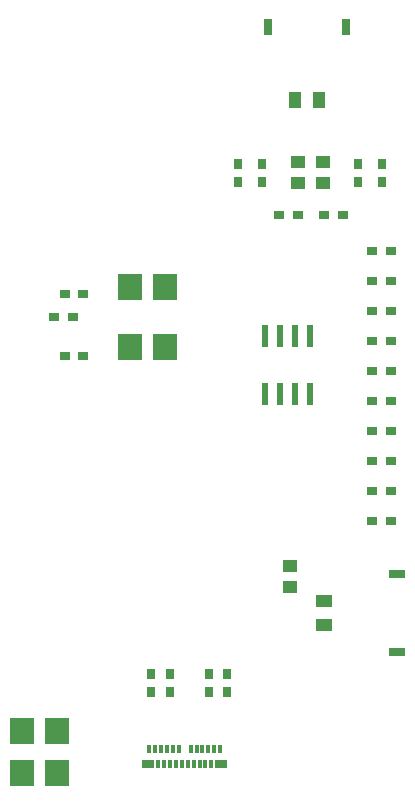
<source format=gtp>
G04*
G04 #@! TF.GenerationSoftware,Altium Limited,Altium Designer,20.2.4 (192)*
G04*
G04 Layer_Color=8421504*
%FSLAX25Y25*%
%MOIN*%
G70*
G04*
G04 #@! TF.SameCoordinates,2DDED56A-656B-4157-8572-3E544114C1A7*
G04*
G04*
G04 #@! TF.FilePolarity,Positive*
G04*
G01*
G75*
%ADD14R,0.01181X0.02756*%
%ADD15R,0.03937X0.02756*%
%ADD16R,0.05512X0.02559*%
%ADD17R,0.05315X0.04331*%
%ADD18R,0.05512X0.04331*%
%ADD19R,0.02559X0.05512*%
%ADD20R,0.04331X0.05315*%
%ADD21R,0.04331X0.05512*%
%ADD22R,0.07874X0.08661*%
%ADD23R,0.03300X0.03150*%
%ADD24R,0.03150X0.03300*%
%ADD25R,0.02362X0.07756*%
%ADD26R,0.05000X0.04000*%
D14*
X83189Y13842D02*
D03*
X85158D02*
D03*
X87126D02*
D03*
X89095D02*
D03*
X91063D02*
D03*
X93032D02*
D03*
X96969D02*
D03*
X98937D02*
D03*
X100906D02*
D03*
X102874D02*
D03*
X104842D02*
D03*
X106811D02*
D03*
X103858Y8724D02*
D03*
X101890D02*
D03*
X99921D02*
D03*
X97953D02*
D03*
X95984D02*
D03*
X94016D02*
D03*
X92047D02*
D03*
X90079D02*
D03*
X88110D02*
D03*
X86142D02*
D03*
D15*
X107205D02*
D03*
X82795D02*
D03*
D16*
X165650Y72087D02*
D03*
Y46024D02*
D03*
D17*
X141437Y62992D02*
D03*
D18*
Y55118D02*
D03*
D19*
X122701Y254390D02*
D03*
X148764D02*
D03*
D20*
X131795Y230177D02*
D03*
D21*
X139669D02*
D03*
D22*
X52551Y19827D02*
D03*
X40740D02*
D03*
X52457Y5827D02*
D03*
X40646D02*
D03*
X88551Y147827D02*
D03*
X76740D02*
D03*
Y167827D02*
D03*
X88551D02*
D03*
D23*
X61246Y165327D02*
D03*
X55045D02*
D03*
X61246Y144827D02*
D03*
X55045D02*
D03*
X51545Y157827D02*
D03*
X57746D02*
D03*
X157545Y89827D02*
D03*
X163746D02*
D03*
X157545Y99827D02*
D03*
X163746D02*
D03*
X157545Y109827D02*
D03*
X163746D02*
D03*
X157545Y119827D02*
D03*
X163746D02*
D03*
X157545Y129827D02*
D03*
X163746D02*
D03*
X157545Y139827D02*
D03*
X163746D02*
D03*
X157545Y149827D02*
D03*
X163746D02*
D03*
X157545Y179827D02*
D03*
X163746D02*
D03*
X157545Y159827D02*
D03*
X163746D02*
D03*
X157545Y169827D02*
D03*
X163746D02*
D03*
X132646Y191827D02*
D03*
X126445D02*
D03*
X147746D02*
D03*
X141545D02*
D03*
D24*
X90146Y32626D02*
D03*
Y38827D02*
D03*
X112646Y208927D02*
D03*
Y202726D02*
D03*
X160646Y202726D02*
D03*
Y208927D02*
D03*
X152646Y202726D02*
D03*
Y208927D02*
D03*
X120646Y208927D02*
D03*
Y202726D02*
D03*
X83646Y32726D02*
D03*
Y38927D02*
D03*
X109146Y32726D02*
D03*
Y38927D02*
D03*
X103146Y32726D02*
D03*
Y38927D02*
D03*
D25*
X136583Y151496D02*
D03*
X131583D02*
D03*
X126583D02*
D03*
X121583D02*
D03*
Y132008D02*
D03*
X126583D02*
D03*
X131583D02*
D03*
X136583D02*
D03*
D26*
X132583Y202339D02*
D03*
Y209425D02*
D03*
X129921Y67716D02*
D03*
Y74803D02*
D03*
X141083Y202382D02*
D03*
Y209469D02*
D03*
M02*

</source>
